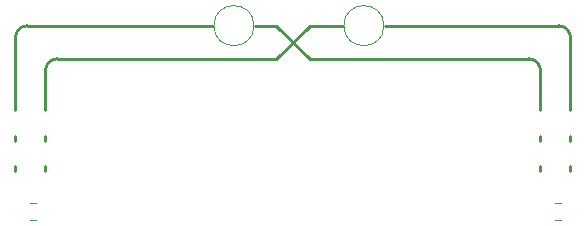
<source format=gbr>
%TF.GenerationSoftware,KiCad,Pcbnew,8.0.1*%
%TF.CreationDate,2024-04-21T16:39:34-04:00*%
%TF.ProjectId,breadboard_pwr_jumper,62726561-6462-46f6-9172-645f7077725f,rev?*%
%TF.SameCoordinates,PX5c38660PY52dfd20*%
%TF.FileFunction,Legend,Top*%
%TF.FilePolarity,Positive*%
%FSLAX46Y46*%
G04 Gerber Fmt 4.6, Leading zero omitted, Abs format (unit mm)*
G04 Created by KiCad (PCBNEW 8.0.1) date 2024-04-21 16:39:34*
%MOMM*%
%LPD*%
G01*
G04 APERTURE LIST*
%ADD10C,0.250000*%
%ADD11C,0.120000*%
G04 APERTURE END LIST*
D10*
X3300000Y-16690000D02*
X3300000Y-17130000D01*
X5840000Y-16690000D02*
X5840000Y-17130000D01*
X3300000Y-14150000D02*
X3300000Y-14590000D01*
X5840000Y-14150000D02*
X5840000Y-14590000D01*
X47750000Y-16690000D02*
X47750000Y-17130000D01*
X50290000Y-16690000D02*
X50290000Y-17130000D01*
X47750000Y-14150000D02*
X47750000Y-14590000D01*
X50290000Y-14150000D02*
X50290000Y-14590000D01*
X25400000Y-4800000D02*
X28200000Y-7600000D01*
X28200000Y-4800000D02*
X25400000Y-7600000D01*
X31030000Y-4800000D02*
X28200000Y-4800000D01*
X23570000Y-4800000D02*
X25400000Y-4800000D01*
X46750000Y-7600000D02*
X28200000Y-7600000D01*
X5840000Y-8600000D02*
G75*
G02*
X6840000Y-7600000I1000000J0D01*
G01*
X25400000Y-7600000D02*
X6840000Y-7600000D01*
X5840000Y-11900000D02*
X5840000Y-8600000D01*
X46750000Y-7600000D02*
G75*
G02*
X47750000Y-8600000I0J-1000000D01*
G01*
X47750000Y-11900000D02*
X47750000Y-8600000D01*
X3300000Y-11900000D02*
X3300000Y-5800000D01*
X20030000Y-4800000D02*
X4300000Y-4800000D01*
X50290000Y-11900000D02*
X50290000Y-5800000D01*
X49290000Y-4800000D02*
G75*
G02*
X50290000Y-5800000I0J-1000000D01*
G01*
X34570000Y-4800000D02*
X49290000Y-4800000D01*
X3300000Y-5800000D02*
G75*
G02*
X4300000Y-4800000I1000000J0D01*
G01*
D11*
%TO.C,TP2*%
X23500000Y-4800000D02*
G75*
G02*
X20100000Y-4800000I-1700000J0D01*
G01*
X20100000Y-4800000D02*
G75*
G02*
X23500000Y-4800000I1700000J0D01*
G01*
%TO.C,C1*%
X5061252Y-19775000D02*
X4538748Y-19775000D01*
X5061252Y-21245000D02*
X4538748Y-21245000D01*
%TO.C,C2*%
X49511252Y-19775000D02*
X48988748Y-19775000D01*
X49511252Y-21245000D02*
X48988748Y-21245000D01*
%TO.C,TP1*%
X34500000Y-4800000D02*
G75*
G02*
X31100000Y-4800000I-1700000J0D01*
G01*
X31100000Y-4800000D02*
G75*
G02*
X34500000Y-4800000I1700000J0D01*
G01*
%TD*%
M02*

</source>
